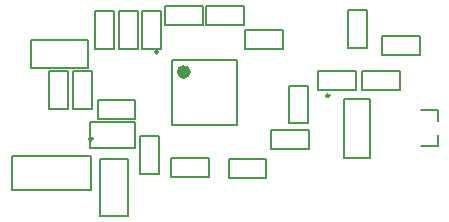
<source format=gto>
G04*
G04 #@! TF.GenerationSoftware,Altium Limited,Altium Designer,21.8.1 (53)*
G04*
G04 Layer_Color=10066329*
%FSLAX44Y44*%
%MOMM*%
G71*
G04*
G04 #@! TF.SameCoordinates,07770754-C78C-4D38-BC67-4B072819B11E*
G04*
G04*
G04 #@! TF.FilePolarity,Positive*
G04*
G01*
G75*
%ADD10C,0.2500*%
%ADD11C,0.6000*%
%ADD12C,0.2000*%
D10*
X748250Y897550D02*
G03*
X748250Y897550I-1250J0D01*
G01*
X547750Y861000D02*
G03*
X547750Y861000I-1250J0D01*
G01*
X603250Y934500D02*
G03*
X603250Y934500I-1250J0D01*
G01*
D11*
X628000Y917500D02*
G03*
X628000Y917500I-3000J0D01*
G01*
D12*
X840000Y855000D02*
Y864000D01*
X826000Y855000D02*
X840000D01*
Y876000D02*
Y885000D01*
X826000D02*
X840000D01*
X714000Y874000D02*
Y906000D01*
X730000Y874000D02*
Y906000D01*
X714000D02*
X730000D01*
X714000Y874000D02*
X730000D01*
X761000Y845000D02*
X783000D01*
X761000Y895000D02*
X783000D01*
Y845000D02*
Y895000D01*
X761000Y845000D02*
Y895000D01*
X699000Y852000D02*
X731000D01*
X699000Y868000D02*
X731000D01*
X699000Y852000D02*
Y868000D01*
X731000Y852000D02*
Y868000D01*
X644000Y973000D02*
X676000D01*
X644000Y957000D02*
X676000D01*
X644000D02*
Y973000D01*
X676000Y957000D02*
Y973000D01*
X609000D02*
X641000D01*
X609000Y957000D02*
X641000D01*
Y973000D01*
X609000Y957000D02*
Y973000D01*
X739000Y902000D02*
X771000D01*
X739000Y918000D02*
X771000D01*
X739000Y902000D02*
Y918000D01*
X771000Y902000D02*
Y918000D01*
X808000Y902000D02*
Y918000D01*
X776000Y902000D02*
Y918000D01*
Y902000D02*
X808000D01*
X776000Y918000D02*
X808000D01*
X588000Y831000D02*
X604000D01*
X588000Y863000D02*
X604000D01*
X588000Y831000D02*
Y863000D01*
X604000Y831000D02*
Y863000D01*
X578000Y796000D02*
Y844000D01*
X554000Y796000D02*
Y844000D01*
X578000D01*
X554000Y796000D02*
X578000D01*
X479500Y846000D02*
X546500D01*
X479500Y818000D02*
X546500D01*
Y846000D01*
X479500Y818000D02*
Y846000D01*
X780000Y938000D02*
Y970000D01*
X764000Y938000D02*
Y970000D01*
Y938000D02*
X780000D01*
X764000Y970000D02*
X780000D01*
X615000Y872500D02*
Y927500D01*
X670000Y872500D02*
Y927500D01*
X615000D02*
X670000D01*
X615000Y872500D02*
X670000D01*
X527000Y886000D02*
Y918000D01*
X511000Y886000D02*
Y918000D01*
X527000D01*
X511000Y886000D02*
X527000D01*
X547000D02*
Y918000D01*
X531000Y886000D02*
Y918000D01*
X547000D01*
X531000Y886000D02*
X547000D01*
X550000Y969000D02*
X566000D01*
X550000Y937000D02*
X566000D01*
Y969000D01*
X550000Y937000D02*
Y969000D01*
X793000Y948000D02*
X825000D01*
X793000Y932000D02*
X825000D01*
X793000D02*
Y948000D01*
X825000Y932000D02*
Y948000D01*
X677000Y937000D02*
X709000D01*
X677000Y953000D02*
X709000D01*
Y937000D02*
Y953000D01*
X677000Y937000D02*
Y953000D01*
X544000Y921000D02*
Y945000D01*
X496000Y921000D02*
Y945000D01*
Y921000D02*
X544000D01*
X496000Y945000D02*
X544000D01*
X590000Y969000D02*
X606000D01*
X590000Y937000D02*
X606000D01*
Y969000D01*
X590000Y937000D02*
Y969000D01*
X614000Y829000D02*
X646000D01*
X614000Y845000D02*
X646000D01*
X614000Y829000D02*
Y845000D01*
X646000Y829000D02*
Y845000D01*
X586000Y937000D02*
Y969000D01*
X570000Y937000D02*
Y969000D01*
Y937000D02*
X586000D01*
X570000Y969000D02*
X586000D01*
X546000Y853000D02*
X584000D01*
X546000D02*
Y875000D01*
X584000Y853000D02*
Y875000D01*
X546000D02*
X584000D01*
X552000Y878000D02*
Y894000D01*
X584000Y878000D02*
Y894000D01*
X552000D02*
X584000D01*
X552000Y878000D02*
X584000D01*
X663000Y844000D02*
X695000D01*
X663000Y828000D02*
X695000D01*
X663000D02*
Y844000D01*
X695000Y828000D02*
Y844000D01*
M02*

</source>
